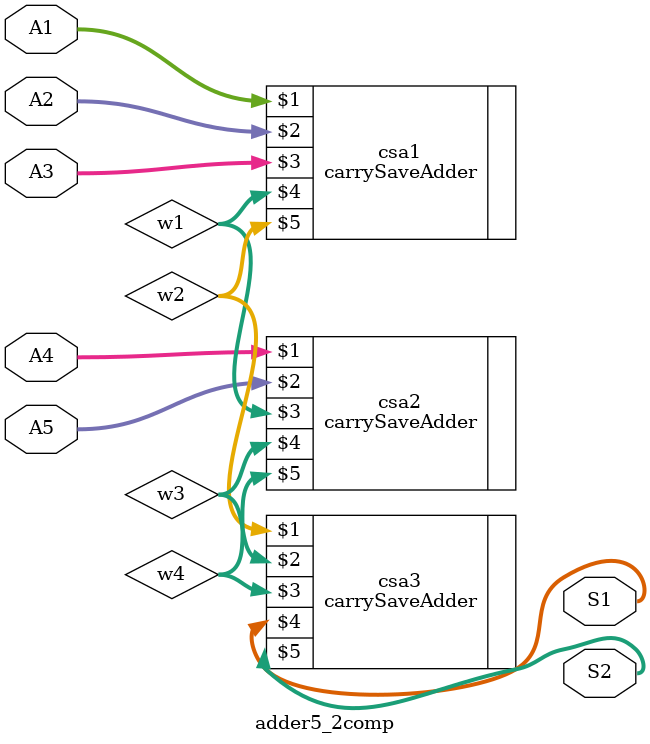
<source format=v>
`timescale 1ns / 1ps
module adder5_2comp(
    input [31:0] A1,
    input [31:0] A2,
    input [31:0] A3,
    input [31:0] A4,
    input [31:0] A5,
    output [31:0] S1,
    output [31:0] S2
    );
	
	wire[31:0] w1, w2, w3, w4;
	
	carrySaveAdder csa1 (A1, A2, A3, w1, w2);
	carrySaveAdder csa2 (A4, A5, w1, w3, w4);
	carrySaveAdder csa3 (w2, w3, w4, S1, S2);

endmodule

</source>
